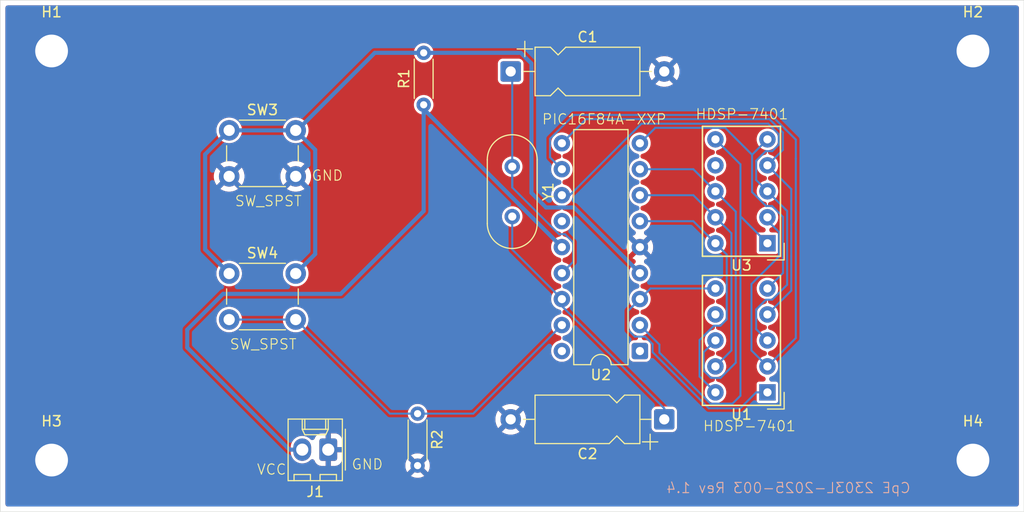
<source format=kicad_pcb>
(kicad_pcb (version 20241229) (generator "pcbnew") (generator_version "9.0")
  (title_block (title "Logic Circuit Example #3") (date "2025-07-10") (rev "1.4") (company "Chrys Sean T. Sevilla") (comment 1 "CpE 2303L-S25-003"))
  (layers (0 "F.Cu" signal) (2 "B.Cu" signal) (13 "F.Paste" user) (15 "B.Paste" user) (5 "F.SilkS" user "F.Silkscreen") (7 "B.SilkS" user "B.Silkscreen") (1 "F.Mask" user) (3 "B.Mask" user) (25 "Edge.Cuts" user))
  (net 0 "")
  (net 1 "GND")
  (net 2 "Net-(U2-OSC2{slash}CLKOUT)")
  (net 3 "Net-(U2-OSC1{slash}CLKIN)")
  (net 4 "VCC")
  (net 5 "Net-(U1-C)")
  (net 6 "Net-(U2-TOCKI{slash}RA4)")
  (net 7 "Net-(U1-F)")
  (net 8 "Net-(U1-D)")
  (net 10 "Net-(U1-G)")
  (net 11 "Net-(U1-E)")
  (net 12 "Net-(U1-A)")
  (net 13 "Net-(U1-B)")
  (net 16 "Net-(U2-RA3)")
  (net 19 "Net-(SW3-A)")
  (net 20 "Net-(SW4-B)")
  (footprint "Resistor_THT:R_Axial_DIN0204_L3.6mm_D1.6mm_P5.08mm_Horizontal" (layer "F.Cu") (at 139.5 101.96 -90)
    (property "Reference" "R2" (at 2.54 -1.92 270) (layer "F.SilkS"))
    (property "Value" "100")
    (fp_line (start 0.62 0.92) (end 4.46 0.92) (stroke (width 0.12)) (layer "F.SilkS"))
    (fp_line (start 0.62 -0.92) (end 4.46 -0.92) (stroke (width 0.12)) (layer "F.SilkS"))
    (pad "1" thru_hole circle (at 0 0 270) (size 1.4 1.4) (drill 0.7) (layers "*.Cu" "*.Mask") (net 20 "Net-(SW4-B)"))
    (pad "2" thru_hole circle (at 5.08 0 270) (size 1.4 1.4) (drill 0.7) (layers "*.Cu" "*.Mask") (net 1 "GND"))
  )
  (footprint "MountingHole:MountingHole_3.2mm_M3_ISO7380_Pad" (layer "F.Cu") (at 103.75 66.5)
    (property "Reference" "H1" (at 0 -3.8 0) (layer "F.SilkS"))
    (property "Value" "MountingHole_Pad" (hide yes))
    (pad "1" thru_hole circle (at 0 0) (size 5.7 5.7) (drill 3.2) (layers "*.Cu" "*.Mask") (net 1 "GND"))
  )
  (footprint "Package_DIP:DIP-18_W7.62mm" (layer "F.Cu") (at 161.2166 95.83945 180)
    (property "Reference" "U2" (at 3.81 -2.33 0) (layer "F.SilkS"))
    (property "Value" "PIC16F84A-XXP")
    (fp_line (start 6.46 21.65) (end 6.46 -1.33) (stroke (width 0.12)) (layer "F.SilkS"))
    (fp_line (start 6.46 -1.33) (end 4.81 -1.33) (stroke (width 0.12)) (layer "F.SilkS"))
    (fp_line (start 2.81 -1.33) (end 1.16 -1.33) (stroke (width 0.12)) (layer "F.SilkS"))
    (fp_line (start 1.16 21.65) (end 6.46 21.65) (stroke (width 0.12)) (layer "F.SilkS"))
    (fp_line (start 1.16 -1.33) (end 1.16 21.65) (stroke (width 0.12)) (layer "F.SilkS"))
    (fp_arc (start 4.81 -1.33) (mid 3.81 -0.33) (end 2.81 -1.33) (stroke (width 0.12)) (layer "F.SilkS"))
    (pad "1" thru_hole roundrect (at 0 0 180) (size 1.6 1.6) (drill 0.8) (layers "*.Cu" "*.Mask") (roundrect_rratio 0.15625))
    (pad "2" thru_hole circle (at 0 2.54 180) (size 1.6 1.6) (drill 0.8) (layers "*.Cu" "*.Mask") (net 16 "Net-(U2-RA3)"))
    (pad "3" thru_hole circle (at 0 5.08 180) (size 1.6 1.6) (drill 0.8) (layers "*.Cu" "*.Mask") (net 6 "Net-(U2-TOCKI{slash}RA4)"))
    (pad "4" thru_hole circle (at 0 7.62 180) (size 1.6 1.6) (drill 0.8) (layers "*.Cu" "*.Mask") (net 19 "Net-(SW3-A)"))
    (pad "5" thru_hole circle (at 0 10.16 180) (size 1.6 1.6) (drill 0.8) (layers "*.Cu" "*.Mask") (net 1 "GND"))
    (pad "6" thru_hole circle (at 0 12.7 180) (size 1.6 1.6) (drill 0.8) (layers "*.Cu" "*.Mask") (net 12 "Net-(U1-A)"))
    (pad "7" thru_hole circle (at 0 15.24 180) (size 1.6 1.6) (drill 0.8) (layers "*.Cu" "*.Mask") (net 13 "Net-(U1-B)"))
    (pad "8" thru_hole circle (at 0 17.78 180) (size 1.6 1.6) (drill 0.8) (layers "*.Cu" "*.Mask") (net 5 "Net-(U1-C)"))
    (pad "9" thru_hole circle (at 0 20.32 180) (size 1.6 1.6) (drill 0.8) (layers "*.Cu" "*.Mask") (net 8 "Net-(U1-D)"))
    (pad "10" thru_hole circle (at 7.62 20.32 180) (size 1.6 1.6) (drill 0.8) (layers "*.Cu" "*.Mask") (net 11 "Net-(U1-E)"))
    (pad "11" thru_hole circle (at 7.62 17.78 180) (size 1.6 1.6) (drill 0.8) (layers "*.Cu" "*.Mask") (net 7 "Net-(U1-F)"))
    (pad "12" thru_hole circle (at 7.62 15.24 180) (size 1.6 1.6) (drill 0.8) (layers "*.Cu" "*.Mask") (net 10 "Net-(U1-G)"))
    (pad "13" thru_hole circle (at 7.62 12.7 180) (size 1.6 1.6) (drill 0.8) (layers "*.Cu" "*.Mask"))
    (pad "14" thru_hole circle (at 7.62 10.16 180) (size 1.6 1.6) (drill 0.8) (layers "*.Cu" "*.Mask") (net 4 "VCC"))
    (pad "15" thru_hole circle (at 7.62 7.62 180) (size 1.6 1.6) (drill 0.8) (layers "*.Cu" "*.Mask") (net 2 "Net-(U2-OSC2{slash}CLKOUT)"))
    (pad "16" thru_hole circle (at 7.62 5.08 180) (size 1.6 1.6) (drill 0.8) (layers "*.Cu" "*.Mask") (net 3 "Net-(U2-OSC1{slash}CLKIN)"))
    (pad "17" thru_hole circle (at 7.62 2.54 180) (size 1.6 1.6) (drill 0.8) (layers "*.Cu" "*.Mask") (net 20 "Net-(SW4-B)"))
    (pad "18" thru_hole circle (at 7.62 0 180) (size 1.6 1.6) (drill 0.8) (layers "*.Cu" "*.Mask"))
  )
  (footprint "MountingHole:MountingHole_3.2mm_M3_ISO7380_Pad" (layer "F.Cu") (at 193.75 106.5)
    (property "Reference" "H4" (at 0 -3.8 0) (layer "F.SilkS"))
    (property "Value" "MountingHole_Pad" (hide yes))
    (pad "1" thru_hole circle (at 0 0) (size 5.7 5.7) (drill 3.2) (layers "*.Cu" "*.Mask") (net 1 "GND"))
  )
  (footprint "Button_Switch_THT:SW_PUSH_6mm" (layer "F.Cu") (at 121.0966 74.25945)
    (property "Reference" "SW3" (at 3.25 -2 0) (layer "F.SilkS"))
    (property "Value" "SW_SPST")
    (fp_line (start -0.25 1.5) (end -0.25 3) (stroke (width 0.12)) (layer "F.SilkS"))
    (fp_line (start 1 5.5) (end 5.5 5.5) (stroke (width 0.12)) (layer "F.SilkS"))
    (fp_line (start 5.5 -1) (end 1 -1) (stroke (width 0.12)) (layer "F.SilkS"))
    (fp_line (start 6.75 3) (end 6.75 1.5) (stroke (width 0.12)) (layer "F.SilkS"))
    (pad "1" thru_hole circle (at 0 0 90) (size 2 2) (drill 1.1) (layers "*.Cu" "*.Mask") (net 19 "Net-(SW3-A)"))
    (pad "1" thru_hole circle (at 6.5 0 90) (size 2 2) (drill 1.1) (layers "*.Cu" "*.Mask") (net 19 "Net-(SW3-A)"))
    (pad "2" thru_hole circle (at 0 4.5 90) (size 2 2) (drill 1.1) (layers "*.Cu" "*.Mask") (net 1 "GND"))
    (pad "2" thru_hole circle (at 6.5 4.5 90) (size 2 2) (drill 1.1) (layers "*.Cu" "*.Mask") (net 1 "GND"))
  )
  (footprint "Display_7Segment:HDSP-7401" (layer "F.Cu") (at 173.6766 85.29945 180)
    (property "Reference" "U3" (at 2.54 -2.159 0) (layer "F.SilkS"))
    (property "Value" "HDSP-7401")
    (fp_line (start 6.35 11.43) (end 6.35 -1.27) (stroke (width 0.15)) (layer "F.SilkS"))
    (fp_line (start 6.35 -1.27) (end -1.27 -1.27) (stroke (width 0.15)) (layer "F.SilkS"))
    (fp_line (start -1.27 11.43) (end 6.35 11.43) (stroke (width 0.15)) (layer "F.SilkS"))
    (fp_line (start -1.27 -1.27) (end -1.27 11.43) (stroke (width 0.15)) (layer "F.SilkS"))
    (fp_line (start -1.63 0) (end -1.63 -1.63) (stroke (width 0.12)) (layer "F.SilkS"))
    (fp_line (start -1.63 -1.63) (end 0 -1.63) (stroke (width 0.12)) (layer "F.SilkS"))
    (pad "1" thru_hole rect (at 0 0 180) (size 1.6 1.6) (drill 0.8) (layers "*.Cu" "*.Mask") (net 16 "Net-(U2-RA3)"))
    (pad "2" thru_hole circle (at 0 2.54 180) (size 1.6 1.6) (drill 0.8) (layers "*.Cu" "*.Mask") (net 7 "Net-(U1-F)"))
    (pad "3" thru_hole circle (at 0 5.08 180) (size 1.6 1.6) (drill 0.8) (layers "*.Cu" "*.Mask") (net 10 "Net-(U1-G)"))
    (pad "4" thru_hole circle (at 0 7.62 180) (size 1.6 1.6) (drill 0.8) (layers "*.Cu" "*.Mask") (net 11 "Net-(U1-E)"))
    (pad "5" thru_hole circle (at 0 10.16 180) (size 1.6 1.6) (drill 0.8) (layers "*.Cu" "*.Mask") (net 8 "Net-(U1-D)"))
    (pad "6" thru_hole circle (at 5.08 10.16 180) (size 1.6 1.6) (drill 0.8) (layers "*.Cu" "*.Mask") (net 16 "Net-(U2-RA3)"))
    (pad "7" thru_hole circle (at 5.08 7.62 180) (size 1.6 1.6) (drill 0.8) (layers "*.Cu" "*.Mask"))
    (pad "8" thru_hole circle (at 5.08 5.08 180) (size 1.6 1.6) (drill 0.8) (layers "*.Cu" "*.Mask") (net 5 "Net-(U1-C)"))
    (pad "9" thru_hole circle (at 5.08 2.54 180) (size 1.6 1.6) (drill 0.8) (layers "*.Cu" "*.Mask") (net 13 "Net-(U1-B)"))
    (pad "10" thru_hole circle (at 5.08 0 180) (size 1.6 1.6) (drill 0.8) (layers "*.Cu" "*.Mask") (net 12 "Net-(U1-A)"))
  )
  (footprint "Resistor_THT:R_Axial_DIN0204_L3.6mm_D1.6mm_P5.08mm_Horizontal" (layer "F.Cu") (at 140.0966 71.75945 90)
    (property "Reference" "R1" (at 2.54 -1.92 90) (layer "F.SilkS"))
    (property "Value" "100")
    (fp_line (start 0.62 -0.92) (end 4.46 -0.92) (stroke (width 0.12)) (layer "F.SilkS"))
    (fp_line (start 0.62 0.92) (end 4.46 0.92) (stroke (width 0.12)) (layer "F.SilkS"))
    (pad "1" thru_hole circle (at 0 0 90) (size 1.4 1.4) (drill 0.7) (layers "*.Cu" "*.Mask") (net 4 "VCC"))
    (pad "2" thru_hole circle (at 5.08 0 90) (size 1.4 1.4) (drill 0.7) (layers "*.Cu" "*.Mask") (net 19 "Net-(SW3-A)"))
  )
  (footprint "MountingHole:MountingHole_3.2mm_M3_ISO7380_Pad" (layer "F.Cu") (at 103.75 106.5)
    (property "Reference" "H3" (at 0 -3.8 0) (layer "F.SilkS"))
    (property "Value" "MountingHole_Pad" (hide yes))
    (pad "1" thru_hole circle (at 0 0) (size 5.7 5.7) (drill 3.2) (layers "*.Cu" "*.Mask") (net 1 "GND"))
  )
  (footprint "Button_Switch_THT:SW_PUSH_6mm" (layer "F.Cu") (at 121.0966 88.25945)
    (property "Reference" "SW4" (at 3.25 -2 0) (layer "F.SilkS"))
    (property "Value" "SW_SPST")
    (fp_line (start -0.25 1.5) (end -0.25 3) (stroke (width 0.12)) (layer "F.SilkS"))
    (fp_line (start 1 5.5) (end 5.5 5.5) (stroke (width 0.12)) (layer "F.SilkS"))
    (fp_line (start 5.5 -1) (end 1 -1) (stroke (width 0.12)) (layer "F.SilkS"))
    (fp_line (start 6.75 3) (end 6.75 1.5) (stroke (width 0.12)) (layer "F.SilkS"))
    (pad "1" thru_hole circle (at 0 0 90) (size 2 2) (drill 1.1) (layers "*.Cu" "*.Mask") (net 19 "Net-(SW3-A)"))
    (pad "1" thru_hole circle (at 6.5 0 90) (size 2 2) (drill 1.1) (layers "*.Cu" "*.Mask") (net 19 "Net-(SW3-A)"))
    (pad "2" thru_hole circle (at 0 4.5 90) (size 2 2) (drill 1.1) (layers "*.Cu" "*.Mask") (net 20 "Net-(SW4-B)"))
    (pad "2" thru_hole circle (at 6.5 4.5 90) (size 2 2) (drill 1.1) (layers "*.Cu" "*.Mask") (net 20 "Net-(SW4-B)"))
  )
  (footprint "Display_7Segment:HDSP-7401" (layer "F.Cu") (at 173.6766 99.87945 180)
    (property "Reference" "U1" (at 2.54 -2.159 0) (layer "F.SilkS"))
    (property "Value" "HDSP-7401")
    (fp_line (start 6.35 11.43) (end 6.35 -1.27) (stroke (width 0.15)) (layer "F.SilkS"))
    (fp_line (start 6.35 -1.27) (end -1.27 -1.27) (stroke (width 0.15)) (layer "F.SilkS"))
    (fp_line (start -1.27 11.43) (end 6.35 11.43) (stroke (width 0.15)) (layer "F.SilkS"))
    (fp_line (start -1.27 -1.27) (end -1.27 11.43) (stroke (width 0.15)) (layer "F.SilkS"))
    (fp_line (start -1.63 0) (end -1.63 -1.63) (stroke (width 0.12)) (layer "F.SilkS"))
    (fp_line (start -1.63 -1.63) (end 0 -1.63) (stroke (width 0.12)) (layer "F.SilkS"))
    (pad "1" thru_hole rect (at 0 0 180) (size 1.6 1.6) (drill 0.8) (layers "*.Cu" "*.Mask") (net 6 "Net-(U2-TOCKI{slash}RA4)"))
    (pad "2" thru_hole circle (at 0 2.54 180) (size 1.6 1.6) (drill 0.8) (layers "*.Cu" "*.Mask") (net 7 "Net-(U1-F)"))
    (pad "3" thru_hole circle (at 0 5.08 180) (size 1.6 1.6) (drill 0.8) (layers "*.Cu" "*.Mask") (net 10 "Net-(U1-G)"))
    (pad "4" thru_hole circle (at 0 7.62 180) (size 1.6 1.6) (drill 0.8) (layers "*.Cu" "*.Mask") (net 11 "Net-(U1-E)"))
    (pad "5" thru_hole circle (at 0 10.16 180) (size 1.6 1.6) (drill 0.8) (layers "*.Cu" "*.Mask") (net 8 "Net-(U1-D)"))
    (pad "6" thru_hole circle (at 5.08 10.16 180) (size 1.6 1.6) (drill 0.8) (layers "*.Cu" "*.Mask") (net 6 "Net-(U2-TOCKI{slash}RA4)"))
    (pad "7" thru_hole circle (at 5.08 7.62 180) (size 1.6 1.6) (drill 0.8) (layers "*.Cu" "*.Mask"))
    (pad "8" thru_hole circle (at 5.08 5.08 180) (size 1.6 1.6) (drill 0.8) (layers "*.Cu" "*.Mask") (net 5 "Net-(U1-C)"))
    (pad "9" thru_hole circle (at 5.08 2.54 180) (size 1.6 1.6) (drill 0.8) (layers "*.Cu" "*.Mask") (net 13 "Net-(U1-B)"))
    (pad "10" thru_hole circle (at 5.08 0 180) (size 1.6 1.6) (drill 0.8) (layers "*.Cu" "*.Mask") (net 12 "Net-(U1-A)"))
  )
  (footprint "MountingHole:MountingHole_3.2mm_M3_ISO7380_Pad" (layer "F.Cu") (at 193.75 66.5)
    (property "Reference" "H2" (at 0 -3.8 0) (layer "F.SilkS"))
    (property "Value" "MountingHole_Pad" (hide yes))
    (pad "1" thru_hole circle (at 0 0) (size 5.7 5.7) (drill 3.2) (layers "*.Cu" "*.Mask") (net 1 "GND"))
  )
  (footprint "Crystal:Crystal_HC49-U_Vertical" (layer "F.Cu") (at 148.7466 77.80945 -90)
    (property "Reference" "Y1" (at 2.44 -3.52 270) (layer "F.SilkS"))
    (property "Value" "4 MHz")
    (fp_line (start -0.685 2.435) (end 5.565 2.435) (stroke (width 0.12)) (layer "F.SilkS"))
    (fp_line (start -0.685 -2.435) (end 5.565 -2.435) (stroke (width 0.12)) (layer "F.SilkS"))
    (fp_arc (start -0.685 2.435) (mid -3.12 0) (end -0.685 -2.435) (stroke (width 0.12)) (layer "F.SilkS"))
    (fp_arc (start 5.565 -2.435) (mid 8 0) (end 5.565 2.435) (stroke (width 0.12)) (layer "F.SilkS"))
    (pad "1" thru_hole circle (at 0 0 270) (size 1.5 1.5) (drill 0.8) (layers "*.Cu" "*.Mask") (net 2 "Net-(U2-OSC2{slash}CLKOUT)"))
    (pad "2" thru_hole circle (at 4.88 0 270) (size 1.5 1.5) (drill 0.8) (layers "*.Cu" "*.Mask") (net 3 "Net-(U2-OSC1{slash}CLKIN)"))
  )
  (footprint "Capacitor_THT:CP_Axial_L10.0mm_D4.5mm_P15.00mm_Horizontal" (layer "F.Cu") (at 148.5966 68.50195)
    (property "Reference" "C1" (at 7.5 -3.37 0) (layer "F.SilkS"))
    (property "Value" "20 pF")
    (fp_line (start 0.63 -2.2) (end 2.13 -2.2) (stroke (width 0.12)) (layer "F.SilkS"))
    (fp_line (start 1.24 0) (end 2.38 0) (stroke (width 0.12)) (layer "F.SilkS"))
    (fp_line (start 1.38 -2.95) (end 1.38 -1.45) (stroke (width 0.12)) (layer "F.SilkS"))
    (fp_line (start 2.38 -2.37) (end 2.38 2.37) (stroke (width 0.12)) (layer "F.SilkS"))
    (fp_line (start 2.38 -2.37) (end 3.88 -2.37) (stroke (width 0.12)) (layer "F.SilkS"))
    (fp_line (start 2.38 2.37) (end 3.88 2.37) (stroke (width 0.12)) (layer "F.SilkS"))
    (fp_line (start 3.88 -2.37) (end 4.63 -1.62) (stroke (width 0.12)) (layer "F.SilkS"))
    (fp_line (start 3.88 2.37) (end 4.63 1.62) (stroke (width 0.12)) (layer "F.SilkS"))
    (fp_line (start 4.63 -1.62) (end 5.38 -2.37) (stroke (width 0.12)) (layer "F.SilkS"))
    (fp_line (start 4.63 1.62) (end 5.38 2.37) (stroke (width 0.12)) (layer "F.SilkS"))
    (fp_line (start 5.38 -2.37) (end 12.62 -2.37) (stroke (width 0.12)) (layer "F.SilkS"))
    (fp_line (start 5.38 2.37) (end 12.62 2.37) (stroke (width 0.12)) (layer "F.SilkS"))
    (fp_line (start 12.62 -2.37) (end 12.62 2.37) (stroke (width 0.12)) (layer "F.SilkS"))
    (fp_line (start 13.76 0) (end 12.62 0) (stroke (width 0.12)) (layer "F.SilkS"))
    (pad "1" thru_hole roundrect (at 0 0) (size 2 2) (drill 1) (layers "*.Cu" "*.Mask") (roundrect_rratio 0.125) (net 2 "Net-(U2-OSC2{slash}CLKOUT)"))
    (pad "2" thru_hole circle (at 15 0) (size 2 2) (drill 1) (layers "*.Cu" "*.Mask") (net 1 "GND"))
  )
  (footprint "Capacitor_THT:CP_Axial_L10.0mm_D4.5mm_P15.00mm_Horizontal" (layer "F.Cu") (at 163.5966 102.51695 180)
    (property "Reference" "C2" (at 7.5 -3.37 180) (layer "F.SilkS"))
    (property "Value" "20 pF")
    (fp_line (start 13.76 0) (end 12.62 0) (stroke (width 0.12)) (layer "F.SilkS"))
    (fp_line (start 12.62 -2.37) (end 12.62 2.37) (stroke (width 0.12)) (layer "F.SilkS"))
    (fp_line (start 5.38 2.37) (end 12.62 2.37) (stroke (width 0.12)) (layer "F.SilkS"))
    (fp_line (start 5.38 -2.37) (end 12.62 -2.37) (stroke (width 0.12)) (layer "F.SilkS"))
    (fp_line (start 4.63 1.62) (end 5.38 2.37) (stroke (width 0.12)) (layer "F.SilkS"))
    (fp_line (start 4.63 -1.62) (end 5.38 -2.37) (stroke (width 0.12)) (layer "F.SilkS"))
    (fp_line (start 3.88 2.37) (end 4.63 1.62) (stroke (width 0.12)) (layer "F.SilkS"))
    (fp_line (start 3.88 -2.37) (end 4.63 -1.62) (stroke (width 0.12)) (layer "F.SilkS"))
    (fp_line (start 2.38 2.37) (end 3.88 2.37) (stroke (width 0.12)) (layer "F.SilkS"))
    (fp_line (start 2.38 -2.37) (end 3.88 -2.37) (stroke (width 0.12)) (layer "F.SilkS"))
    (fp_line (start 2.38 -2.37) (end 2.38 2.37) (stroke (width 0.12)) (layer "F.SilkS"))
    (fp_line (start 1.38 -2.95) (end 1.38 -1.45) (stroke (width 0.12)) (layer "F.SilkS"))
    (fp_line (start 1.24 0) (end 2.38 0) (stroke (width 0.12)) (layer "F.SilkS"))
    (fp_line (start 0.63 -2.2) (end 2.13 -2.2) (stroke (width 0.12)) (layer "F.SilkS"))
    (pad "1" thru_hole roundrect (at 0 0 180) (size 2 2) (drill 1) (layers "*.Cu" "*.Mask") (roundrect_rratio 0.125) (net 3 "Net-(U2-OSC1{slash}CLKIN)"))
    (pad "2" thru_hole circle (at 15 0 180) (size 2 2) (drill 1) (layers "*.Cu" "*.Mask") (net 1 "GND"))
  )
  (footprint "Connector_Molex:Molex_KK-254_AE-6410-02A_1x02_P2.54mm_Vertical" (layer "F.Cu") (at 130.775 105.48 180)
    (property "Reference" "J1" (at 1.27 -4.12 0) (layer "F.SilkS"))
    (property "Value" "Conn_01x02")
    (fp_line (start 3.92 2.99) (end 3.92 -3.03) (stroke (width 0.12)) (layer "F.SilkS"))
    (fp_line (start 3.92 -3.03) (end -1.38 -3.03) (stroke (width 0.12)) (layer "F.SilkS"))
    (fp_line (start 3.34 -2.43) (end 3.34 -3.03) (stroke (width 0.12)) (layer "F.SilkS"))
    (fp_line (start 2.54 1.99) (end 2.54 2.99) (stroke (width 0.12)) (layer "F.SilkS"))
    (fp_line (start 2.29 2.99) (end 2.29 1.99) (stroke (width 0.12)) (layer "F.SilkS"))
    (fp_line (start 2.29 1.46) (end 2.54 1.99) (stroke (width 0.12)) (layer "F.SilkS"))
    (fp_line (start 1.74 -2.43) (end 3.34 -2.43) (stroke (width 0.12)) (layer "F.SilkS"))
    (fp_line (start 1.74 -3.03) (end 1.74 -2.43) (stroke (width 0.12)) (layer "F.SilkS"))
    (fp_line (start 0.8 -2.43) (end 0.8 -3.03) (stroke (width 0.12)) (layer "F.SilkS"))
    (fp_line (start 0.25 2.99) (end 0.25 1.99) (stroke (width 0.12)) (layer "F.SilkS"))
    (fp_line (start 0.25 1.46) (end 2.29 1.46) (stroke (width 0.12)) (layer "F.SilkS"))
    (fp_line (start 0 2.99) (end 0 1.99) (stroke (width 0.12)) (layer "F.SilkS"))
    (fp_line (start 0 1.99) (end 2.54 1.99) (stroke (width 0.12)) (layer "F.SilkS"))
    (fp_line (start 0 1.99) (end 0.25 1.46) (stroke (width 0.12)) (layer "F.SilkS"))
    (fp_line (start -0.8 -2.43) (end 0.8 -2.43) (stroke (width 0.12)) (layer "F.SilkS"))
    (fp_line (start -0.8 -3.03) (end -0.8 -2.43) (stroke (width 0.12)) (layer "F.SilkS"))
    (fp_line (start -1.38 2.99) (end 3.92 2.99) (stroke (width 0.12)) (layer "F.SilkS"))
    (fp_line (start -1.38 -3.03) (end -1.38 2.99) (stroke (width 0.12)) (layer "F.SilkS"))
    (fp_line (start -1.67 -2) (end -1.67 2) (stroke (width 0.12)) (layer "F.SilkS"))
    (pad "1" thru_hole roundrect (at 0 0 180) (size 1.74 2.19) (drill 1.19) (layers "*.Cu" "*.Mask") (roundrect_rratio 0.143678) (net 1 "GND"))
    (pad "2" thru_hole oval (at 2.54 0 180) (size 1.74 2.19) (drill 1.19) (layers "*.Cu" "*.Mask") (net 4 "VCC"))
  )
  (gr_rect (start 98.7366 61.53945) (end 198.7366 111.53945) (stroke (width 0.05)) (fill no) (layer "Edge.Cuts"))
  (gr_text "VCC" (at 123.75 108 0) (layer "F.SilkS") (effects (font (size 1 1) (thickness 0.1)) (justify left bottom)))
  (gr_text "PIC16F84A-XXP" (at 151.5966 73.75945 0) (layer "F.SilkS") (effects (font (size 1 1) (thickness 0.1)) (justify left bottom)))
  (gr_text "SW_SPST" (at 121.0966 95.75945 0) (layer "F.SilkS") (effects (font (size 1 1) (thickness 0.1)) (justify left bottom)))
  (gr_text "HDSP-7401" (at 167.3266 103.75945 0) (layer "F.SilkS") (effects (font (size 1 1) (thickness 0.1)) (justify left bottom)))
  (gr_text "GND" (at 133 107.5 0) (layer "F.SilkS") (effects (font (size 1 1) (thickness 0.1)) (justify left bottom)))
  (gr_text "GND" (at 129.0966 79.25945 0) (layer "F.SilkS") (effects (font (size 1 1) (thickness 0.1)) (justify left bottom)))
  (gr_text "HDSP-7401" (at 166.5966 73.25945 0) (layer "F.SilkS") (effects (font (size 1 1) (thickness 0.1)) (justify left bottom)))
  (gr_text "SW_SPST" (at 121.5966 81.75945 0) (layer "F.SilkS") (effects (font (size 1 1) (thickness 0.1)) (justify left bottom)))
  (gr_text "CpE 2303L-2025-003 Rev 1.4" (at 187.7166 109.80945 0) (layer "B.SilkS") (effects (font (size 1 1) (thickness 0.1)) (justify left bottom mirror)))
  (segment (start 154.6993 85.20785) (end 153.9009 84.40945) (width 0.2) (layer "B.Cu") (net 2))
  (segment (start 154.6993 87.11675) (end 154.6993 85.20785) (width 0.2) (layer "B.Cu") (net 2))
  (segment (start 153.9009 84.40945) (end 153.30955 84.40945) (width 0.2) (layer "B.Cu") (net 2))
  (segment (start 148.7466 79.69345) (end 148.7466 77.80945) (width 0.2) (layer "B.Cu") (net 2))
  (segment (start 153.30955 84.40945) (end 148.7466 79.8465) (width 0.2) (layer "B.Cu") (net 2))
  (segment (start 148.7466 79.8465) (end 148.7466 77.80945) (width 0.2) (layer "B.Cu") (net 2))
  (segment (start 148.7466 77.80945) (end 148.7466 68.65195) (width 0.2) (layer "B.Cu") (net 2))
  (segment (start 153.5966 88.21945) (end 154.6993 87.11675) (width 0.2) (layer "B.Cu") (net 2))
  (segment (start 148.7466 85.90945) (end 153.5966 90.75945) (width 0.2) (layer "B.Cu") (net 3))
  (segment (start 163.5966 102.51695) (end 163.5966 101.442762) (width 0.2) (layer "B.Cu") (net 3))
  (segment (start 153.5966 91.442762) (end 153.5966 90.75945) (width 0.2) (layer "B.Cu") (net 3))
  (segment (start 163.5966 101.442762) (end 153.5966 91.442762) (width 0.2) (layer "B.Cu") (net 3))
  (segment (start 148.7466 82.70945) (end 148.7466 85.90945) (width 0.2) (layer "B.Cu") (net 3))
  (segment (start 140.0966 72.17945) (end 140.0966 71.75945) (width 0.4) (layer "B.Cu") (net 4))
  (segment (start 132 90.25) (end 140.0966 82.1534) (width 0.4) (layer "B.Cu") (net 4))
  (segment (start 128.235 105.48) (end 126.98 105.48) (width 0.4) (layer "B.Cu") (net 4))
  (segment (start 117 93.75) (end 120.5 90.25) (width 0.4) (layer "B.Cu") (net 4))
  (segment (start 153.5966 85.67945) (end 140.0966 72.17945) (width 0.4) (layer "B.Cu") (net 4))
  (segment (start 140.0966 82.1534) (end 140.0966 71.75945) (width 0.4) (layer "B.Cu") (net 4))
  (segment (start 126.98 105.48) (end 117 95.5) (width 0.4) (layer "B.Cu") (net 4))
  (segment (start 117 95.5) (end 117 93.75) (width 0.4) (layer "B.Cu") (net 4))
  (segment (start 120.5 90.25) (end 132 90.25) (width 0.4) (layer "B.Cu") (net 4))
  (segment (start 170.5828 96.97365) (end 169.09 98.46645) (width 0.2) (layer "B.Cu") (net 5))
  (segment (start 167.4458 95.95025) (end 168.5966 94.79945) (width 0.2) (layer "B.Cu") (net 5))
  (segment (start 167.4458 97.75035) (end 167.4458 95.95025) (width 0.2) (layer "B.Cu") (net 5))
  (segment (start 168.5966 80.21945) (end 170.5828 82.20565) (width 0.2) (layer "B.Cu") (net 5))
  (segment (start 168.1619 98.46645) (end 167.4458 97.75035) (width 0.2) (layer "B.Cu") (net 5))
  (segment (start 166.4366 78.05945) (end 168.5966 80.21945) (width 0.2) (layer "B.Cu") (net 5))
  (segment (start 169.09 98.46645) (end 168.1619 98.46645) (width 0.2) (layer "B.Cu") (net 5))
  (segment (start 170.5828 82.20565) (end 170.5828 96.97365) (width 0.2) (layer "B.Cu") (net 5))
  (segment (start 161.2166 78.05945) (end 166.4366 78.05945) (width 0.2) (layer "B.Cu") (net 5))
  (segment (start 173.6766 99.87945) (end 172.5749 99.87945) (width 0.2) (layer "B.Cu") (net 6))
  (segment (start 168.7764 101.43515) (end 168.7749 101.43365) (width 0.2) (layer "B.Cu") (net 6))
  (segment (start 162.4605 95.15665) (end 161.7312 94.42735) (width 0.2) (layer "B.Cu") (net 6))
  (segment (start 172.5749 99.87945) (end 171.0192 101.43515) (width 0.2) (layer "B.Cu") (net 6))
  (segment (start 171.0192 101.43515) (end 168.7764 101.43515) (width 0.2) (layer "B.Cu") (net 6))
  (segment (start 162.4605 95.95065) (end 162.4605 95.15665) (width 0.2) (layer "B.Cu") (net 6))
  (segment (start 160.0718 91.90425) (end 161.2166 90.75945) (width 0.2) (layer "B.Cu") (net 6))
  (segment (start 160.7219 94.42735) (end 160.0718 93.77725) (width 0.2) (layer "B.Cu") (net 6))
  (segment (start 161.7312 94.42735) (end 160.7219 94.42735) (width 0.2) (layer "B.Cu") (net 6))
  (segment (start 162.2566 89.71945) (end 161.2166 90.75945) (width 0.2) (layer "B.Cu") (net 6))
  (segment (start 160.0718 93.77725) (end 160.0718 91.90425) (width 0.2) (layer "B.Cu") (net 6))
  (segment (start 168.5966 89.71945) (end 162.2566 89.71945) (width 0.2) (layer "B.Cu") (net 6))
  (segment (start 167.9435 101.43365) (end 162.4605 95.95065) (width 0.2) (layer "B.Cu") (net 6))
  (segment (start 168.7749 101.43365) (end 167.9435 101.43365) (width 0.2) (layer "B.Cu") (net 6))
  (segment (start 176.4486 75.16905) (end 174.0378 72.75825) (width 0.2) (layer "B.Cu") (net 7))
  (segment (start 167.2834 72.75675) (end 160.8773 72.75675) (width 0.2) (layer "B.Cu") (net 7))
  (segment (start 173.6766 97.33945) (end 176.4471 94.56895) (width 0.2) (layer "B.Cu") (net 7))
  (segment (start 173.6766 83.07795) (end 174.7934 84.19475) (width 0.2) (layer "B.Cu") (net 7))
  (segment (start 172.1126 95.77545) (end 173.6766 97.33945) (width 0.2) (layer "B.Cu") (net 7))
  (segment (start 174.0378 72.75825) (end 167.2849 72.75825) (width 0.2) (layer "B.Cu") (net 7))
  (segment (start 160.8773 72.75675) (end 154.7619 72.75675) (width 0.2) (layer "B.Cu") (net 7))
  (segment (start 174.7934 86.60895) (end 172.1126 89.28975) (width 0.2) (layer "B.Cu") (net 7))
  (segment (start 167.2849 72.75825) (end 167.2834 72.75675) (width 0.2) (layer "B.Cu") (net 7))
  (segment (start 176.4471 77.03755) (end 176.4486 77.03605) (width 0.2) (layer "B.Cu") (net 7))
  (segment (start 173.6766 82.75945) (end 173.6766 83.07795) (width 0.2) (layer "B.Cu") (net 7))
  (segment (start 154.1779 73.34075) (end 152.4406 75.07805) (width 0.2) (layer "B.Cu") (net 7))
  (segment (start 176.4486 77.03605) (end 176.4486 75.16905) (width 0.2) (layer "B.Cu") (net 7))
  (segment (start 174.7934 84.19475) (end 174.7934 86.60895) (width 0.2) (layer "B.Cu") (net 7))
  (segment (start 172.1126 89.28975) (end 172.1126 95.77545) (width 0.2) (layer "B.Cu") (net 7))
  (segment (start 152.4406 75.07805) (end 152.4406 76.90345) (width 0.2) (layer "B.Cu") (net 7))
  (segment (start 154.7619 72.75675) (end 154.1779 73.34075) (width 0.2) (layer "B.Cu") (net 7))
  (segment (start 152.4406 76.90345) (end 153.5966 78.05945) (width 0.2) (layer "B.Cu") (net 7))
  (segment (start 176.4471 94.56895) (end 176.4471 77.03755) (width 0.2) (layer "B.Cu") (net 7))
  (segment (start 169.545 74.01465) (end 172.1732 76.64285) (width 0.2) (layer "B.Cu") (net 8))
  (segment (start 174.13265 81.65845) (end 173.5418 81.65845) (width 0.2) (layer "B.Cu") (net 8))
  (segment (start 175.1966 82.7224) (end 174.13265 81.65845) (width 0.2) (layer "B.Cu") (net 8))
  (segment (start 172.1732 80.28985) (end 172.1732 76.64285) (width 0.2) (layer "B.Cu") (net 8))
  (segment (start 173.6766 89.71945) (end 175.1966 88.19945) (width 0.2) (layer "B.Cu") (net 8))
  (segment (start 172.5749 76.24115) (end 173.6766 75.13945) (width 0.2) (layer "B.Cu") (net 8))
  (segment (start 175.1966 88.19945) (end 175.1966 82.7224) (width 0.2) (layer "B.Cu") (net 8))
  (segment (start 173.5418 81.65845) (end 172.1732 80.28985) (width 0.2) (layer "B.Cu") (net 8))
  (segment (start 162.7214 74.01465) (end 169.545 74.01465) (width 0.2) (layer "B.Cu") (net 8))
  (segment (start 172.5749 76.24115) (end 172.1732 76.64285) (width 0.2) (layer "B.Cu") (net 8))
  (segment (start 161.2166 75.51945) (end 162.7214 74.01465) (width 0.2) (layer "B.Cu") (net 8))
  (segment (start 174.782 75.65365) (end 174.782 74.63845) (width 0.2) (layer "B.Cu") (net 10))
  (segment (start 172.5749 79.11775) (end 172.5749 77.22315) (width 0.2) (layer "B.Cu") (net 10))
  (segment (start 154.3708 80.59945) (end 153.5966 80.59945) (width 0.2) (layer "B.Cu") (net 10))
  (segment (start 173.507 76.29105) (end 174.1446 76.29105) (width 0.2) (layer "B.Cu") (net 10))
  (segment (start 174.133 90.82115) (end 175.5983 89.35585) (width 0.2) (layer "B.Cu") (net 10))
  (segment (start 161.3601 73.61015) (end 154.3708 80.59945) (width 0.2) (layer "B.Cu") (net 10))
  (segment (start 175.5983 89.35585) (end 175.5983 82.14115) (width 0.2) (layer "B.Cu") (net 10))
  (segment (start 172.5749 91.76545) (end 173.5192 90.82115) (width 0.2) (layer "B.Cu") (net 10))
  (segment (start 174.782 74.63845) (end 174.1706 74.02705) (width 0.2) (layer "B.Cu") (net 10))
  (segment (start 174.1446 76.29105) (end 174.782 75.65365) (width 0.2) (layer "B.Cu") (net 10))
  (segment (start 175.5983 82.14115) (end 173.6766 80.21945) (width 0.2) (layer "B.Cu") (net 10))
  (segment (start 174.1706 74.02705) (end 174.1706 74.02615) (width 0.2) (layer "B.Cu") (net 10))
  (segment (start 173.6766 94.79945) (end 172.5749 93.69775) (width 0.2) (layer "B.Cu") (net 10))
  (segment (start 172.5749 93.69775) (end 172.5749 91.76545) (width 0.2) (layer "B.Cu") (net 10))
  (segment (start 173.5192 90.82115) (end 174.133 90.82115) (width 0.2) (layer "B.Cu") (net 10))
  (segment (start 173.7546 73.61015) (end 161.3601 73.61015) (width 0.2) (layer "B.Cu") (net 10))
  (segment (start 174.1706 74.02615) (end 173.7546 73.61015) (width 0.2) (layer "B.Cu") (net 10))
  (segment (start 173.6766 80.21945) (end 172.5749 79.11775) (width 0.2) (layer "B.Cu") (net 10))
  (segment (start 172.5749 77.22315) (end 173.507 76.29105) (width 0.2) (layer "B.Cu") (net 10))
  (segment (start 176 80.00285) (end 175.4266 79.42945) (width 0.2) (layer "B.Cu") (net 11))
  (segment (start 173.6766 77.67945) (end 175.4266 79.42945) (width 0.2) (layer "B.Cu") (net 11))
  (segment (start 173.6766 77.67945) (end 175.1837 76.17235) (width 0.2) (layer "B.Cu") (net 11))
  (segment (start 155.9576 73.15845) (end 154.7266 74.38945) (width 0.2) (layer "B.Cu") (net 11))
  (segment (start 176 83.49715) (end 176 80.00285) (width 0.2) (layer "B.Cu") (net 11))
  (segment (start 154.7266 74.38945) (end 153.5966 75.51945) (width 0.2) (layer "B.Cu") (net 11))
  (segment (start 175.1837 76.17235) (end 175.1837 74.47215) (width 0.2) (layer "B.Cu") (net 11))
  (segment (start 167.1171 73.15845) (end 161.0966 73.15845) (width 0.2) (layer "B.Cu") (net 11))
  (segment (start 167.1186 73.15995) (end 167.1171 73.15845) (width 0.2) (layer "B.Cu") (net 11))
  (segment (start 176 83.49715) (end 176 89.93605) (width 0.2) (layer "B.Cu") (net 11))
  (segment (start 176 89.93605) (end 173.6766 92.25945) (width 0.2) (layer "B.Cu") (net 11))
  (segment (start 161.0966 73.15845) (end 155.9576 73.15845) (width 0.2) (layer "B.Cu") (net 11))
  (segment (start 173.8715 73.15995) (end 167.1186 73.15995) (width 0.2) (layer "B.Cu") (net 11))
  (segment (start 175.1837 74.47215) (end 173.8715 73.15995) (width 0.2) (layer "B.Cu") (net 11))
  (segment (start 168.5966 85.29945) (end 169.7018 86.40465) (width 0.2) (layer "B.Cu") (net 12))
  (segment (start 168.4492 93.36115) (end 167.0441 94.76625) (width 0.2) (layer "B.Cu") (net 12))
  (segment (start 167.0441 98.32695) (end 168.5966 99.87945) (width 0.2) (layer "B.Cu") (net 12))
  (segment (start 169.7018 92.74035) (end 169.081 93.36115) (width 0.2) (layer "B.Cu") (net 12))
  (segment (start 167.0441 94.76625) (end 167.0441 98.32695) (width 0.2) (layer "B.Cu") (net 12))
  (segment (start 169.7018 86.40465) (end 169.7018 92.74035) (width 0.2) (layer "B.Cu") (net 12))
  (segment (start 161.2166 83.13945) (end 166.4366 83.13945) (width 0.2) (layer "B.Cu") (net 12))
  (segment (start 166.4366 83.13945) (end 168.5966 85.29945) (width 0.2) (layer "B.Cu") (net 12))
  (segment (start 169.081 93.36115) (end 168.4492 93.36115) (width 0.2) (layer "B.Cu") (net 12))
  (segment (start 168.5966 82.75945) (end 170.1544 84.31725) (width 0.2) (layer "B.Cu") (net 13))
  (segment (start 170.1544 84.31725) (end 170.1544 95.78165) (width 0.2) (layer "B.Cu") (net 13))
  (segment (start 161.2166 80.59945) (end 166.4366 80.59945) (width 0.2) (layer "B.Cu") (net 13))
  (segment (start 166.4366 80.59945) (end 168.5966 82.75945) (width 0.2) (layer "B.Cu") (net 13))
  (segment (start 170.1544 95.78165) (end 168.5966 97.33945) (width 0.2) (layer "B.Cu") (net 13))
  (segment (start 171.0399 77.58275) (end 168.5966 75.13945) (width 0.2) (layer "B.Cu") (net 16))
  (segment (start 171.0399 100.20275) (end 171.0399 82.75945) (width 0.2) (layer "B.Cu") (net 16))
  (segment (start 163.1201 95.98765) (end 168.1136 100.98115) (width 0.2) (layer "B.Cu") (net 16))
  (segment (start 171.0399 82.75945) (end 171.0399 77.58275) (width 0.2) (layer "B.Cu") (net 16))
  (segment (start 170.2615 100.98115) (end 168.1136 100.98115) (width 0.2) (layer "B.Cu") (net 16))
  (segment (start 171.0399 100.20275) (end 170.2615 100.98115) (width 0.2) (layer "B.Cu") (net 16))
  (segment (start 173.6766 85.29945) (end 171.0399 82.66275) (width 0.2) (layer "B.Cu") (net 16))
  (segment (start 163.1201 95.20295) (end 163.1201 95.98765) (width 0.2) (layer "B.Cu") (net 16))
  (segment (start 161.2166 93.29945) (end 163.1201 95.20295) (width 0.2) (layer "B.Cu") (net 16))
  (segment (start 127.5966 74.25945) (end 127.74055 74.25945) (width 0.4) (layer "B.Cu") (net 19))
  (segment (start 149.25 66.67945) (end 140.0966 66.67945) (width 0.4) (layer "B.Cu") (net 19))
  (segment (start 129.5 86.35605) (end 129.5 76.16285) (width 0.4) (layer "B.Cu") (net 19))
  (segment (start 127.74055 74.25945) (end 135.32055 66.67945) (width 0.4) (layer "B.Cu") (net 19))
  (segment (start 127.5966 88.25945) (end 129.5 86.35605) (width 0.4) (layer "B.Cu") (net 19))
  (segment (start 121.0966 88.25945) (end 118.75 85.91285) (width 0.4) (layer "B.Cu") (net 19))
  (segment (start 129.5 76.16285) (end 127.5966 74.25945) (width 0.4) (layer "B.Cu") (net 19))
  (segment (start 154.7976 81.80045) (end 152.05045 81.80045) (width 0.4) (layer "B.Cu") (net 19))
  (segment (start 150.625 67.72835) (end 149.5761 66.67945) (width 0.4) (layer "B.Cu") (net 19))
  (segment (start 118.75 78.25) (end 118.75 76.60605) (width 0.4) (layer "B.Cu") (net 19))
  (segment (start 150.625 80.375) (end 150.625 67.72835) (width 0.4) (layer "B.Cu") (net 19))
  (segment (start 118.75 76.60605) (end 121.0966 74.25945) (width 0.4) (layer "B.Cu") (net 19))
  (segment (start 152.05045 81.80045) (end 150.625 80.375) (width 0.4) (layer "B.Cu") (net 19))
  (segment (start 121.0966 74.25945) (end 127.5966 74.25945) (width 0.4) (layer "B.Cu") (net 19))
  (segment (start 118.75 85.91285) (end 118.75 78.25) (width 0.4) (layer "B.Cu") (net 19))
  (segment (start 149.5761 66.67945) (end 149.25 66.67945) (width 0.4) (layer "B.Cu") (net 19))
  (segment (start 135.32055 66.67945) (end 140.0966 66.67945) (width 0.4) (layer "B.Cu") (net 19))
  (segment (start 161.2166 88.21945) (end 154.7976 81.80045) (width 0.4) (layer "B.Cu") (net 19))
  (segment (start 127.5966 92.75945) (end 121.0966 92.75945) (width 0.2) (layer "B.Cu") (net 20))
  (segment (start 127.5966 92.75945) (end 136.79715 101.96) (width 0.2) (layer "B.Cu") (net 20))
  (segment (start 136.79715 101.96) (end 139.5 101.96) (width 0.2) (layer "B.Cu") (net 20))
  (segment (start 144.93605 101.96) (end 153.5966 93.29945) (width 0.2) (layer "B.Cu") (net 20))
  (segment (start 139.5 101.96) (end 144.93605 101.96) (width 0.2) (layer "B.Cu") (net 20))
  (zone (net 1) (net_name "GND") (layers "F.Cu" "B.Cu") (connect_pads (clearance 0.254)) (min_thickness 0.5) (fill yes (thermal_gap 0.5) (thermal_bridge_width 0.5))
    (polygon (pts (xy 198.7166 61.55945) (xy 98.7166 61.55945) (xy 98.7166 111.55945) (xy 198.7166 111.55945)))
  )
)
</source>
